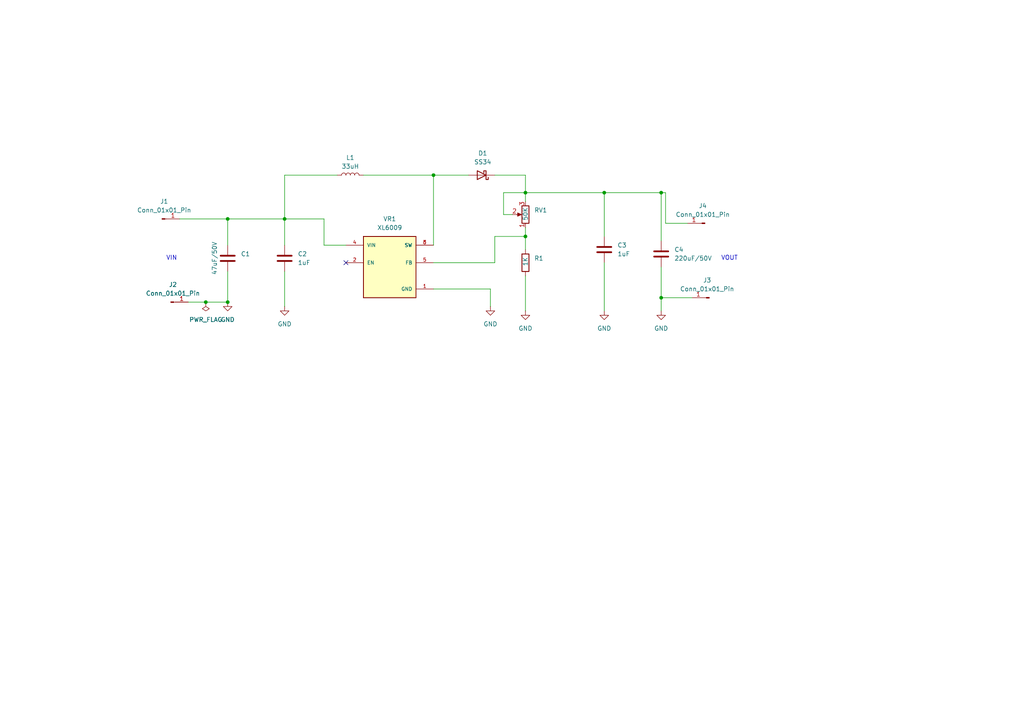
<source format=kicad_sch>
(kicad_sch
	(version 20231120)
	(generator "eeschema")
	(generator_version "8.0")
	(uuid "e885fc61-47a0-4743-aa55-87b70eb43e21")
	(paper "A4")
	(title_block
		(title "Boost Converter")
		(date "2024-12-26")
		(company "Bharat PCB")
		(comment 1 "Drawn By Asmit")
	)
	(lib_symbols
		(symbol "Connector:Conn_01x01_Pin"
			(pin_names
				(offset 1.016) hide)
			(exclude_from_sim no)
			(in_bom yes)
			(on_board yes)
			(property "Reference" "J"
				(at 0 2.54 0)
				(effects
					(font
						(size 1.27 1.27)
					)
				)
			)
			(property "Value" "Conn_01x01_Pin"
				(at 0 -2.54 0)
				(effects
					(font
						(size 1.27 1.27)
					)
				)
			)
			(property "Footprint" ""
				(at 0 0 0)
				(effects
					(font
						(size 1.27 1.27)
					)
					(hide yes)
				)
			)
			(property "Datasheet" "~"
				(at 0 0 0)
				(effects
					(font
						(size 1.27 1.27)
					)
					(hide yes)
				)
			)
			(property "Description" "Generic connector, single row, 01x01, script generated"
				(at 0 0 0)
				(effects
					(font
						(size 1.27 1.27)
					)
					(hide yes)
				)
			)
			(property "ki_locked" ""
				(at 0 0 0)
				(effects
					(font
						(size 1.27 1.27)
					)
				)
			)
			(property "ki_keywords" "connector"
				(at 0 0 0)
				(effects
					(font
						(size 1.27 1.27)
					)
					(hide yes)
				)
			)
			(property "ki_fp_filters" "Connector*:*_1x??_*"
				(at 0 0 0)
				(effects
					(font
						(size 1.27 1.27)
					)
					(hide yes)
				)
			)
			(symbol "Conn_01x01_Pin_1_1"
				(polyline
					(pts
						(xy 1.27 0) (xy 0.8636 0)
					)
					(stroke
						(width 0.1524)
						(type default)
					)
					(fill
						(type none)
					)
				)
				(rectangle
					(start 0.8636 0.127)
					(end 0 -0.127)
					(stroke
						(width 0.1524)
						(type default)
					)
					(fill
						(type outline)
					)
				)
				(pin passive line
					(at 5.08 0 180)
					(length 3.81)
					(name "Pin_1"
						(effects
							(font
								(size 1.27 1.27)
							)
						)
					)
					(number "1"
						(effects
							(font
								(size 1.27 1.27)
							)
						)
					)
				)
			)
		)
		(symbol "Device:C"
			(pin_numbers hide)
			(pin_names
				(offset 0.254)
			)
			(exclude_from_sim no)
			(in_bom yes)
			(on_board yes)
			(property "Reference" "C"
				(at 0.635 2.54 0)
				(effects
					(font
						(size 1.27 1.27)
					)
					(justify left)
				)
			)
			(property "Value" "C"
				(at 0.635 -2.54 0)
				(effects
					(font
						(size 1.27 1.27)
					)
					(justify left)
				)
			)
			(property "Footprint" ""
				(at 0.9652 -3.81 0)
				(effects
					(font
						(size 1.27 1.27)
					)
					(hide yes)
				)
			)
			(property "Datasheet" "~"
				(at 0 0 0)
				(effects
					(font
						(size 1.27 1.27)
					)
					(hide yes)
				)
			)
			(property "Description" "Unpolarized capacitor"
				(at 0 0 0)
				(effects
					(font
						(size 1.27 1.27)
					)
					(hide yes)
				)
			)
			(property "ki_keywords" "cap capacitor"
				(at 0 0 0)
				(effects
					(font
						(size 1.27 1.27)
					)
					(hide yes)
				)
			)
			(property "ki_fp_filters" "C_*"
				(at 0 0 0)
				(effects
					(font
						(size 1.27 1.27)
					)
					(hide yes)
				)
			)
			(symbol "C_0_1"
				(polyline
					(pts
						(xy -2.032 -0.762) (xy 2.032 -0.762)
					)
					(stroke
						(width 0.508)
						(type default)
					)
					(fill
						(type none)
					)
				)
				(polyline
					(pts
						(xy -2.032 0.762) (xy 2.032 0.762)
					)
					(stroke
						(width 0.508)
						(type default)
					)
					(fill
						(type none)
					)
				)
			)
			(symbol "C_1_1"
				(pin passive line
					(at 0 3.81 270)
					(length 2.794)
					(name "~"
						(effects
							(font
								(size 1.27 1.27)
							)
						)
					)
					(number "1"
						(effects
							(font
								(size 1.27 1.27)
							)
						)
					)
				)
				(pin passive line
					(at 0 -3.81 90)
					(length 2.794)
					(name "~"
						(effects
							(font
								(size 1.27 1.27)
							)
						)
					)
					(number "2"
						(effects
							(font
								(size 1.27 1.27)
							)
						)
					)
				)
			)
		)
		(symbol "Device:L"
			(pin_numbers hide)
			(pin_names
				(offset 1.016) hide)
			(exclude_from_sim no)
			(in_bom yes)
			(on_board yes)
			(property "Reference" "L"
				(at -1.27 0 90)
				(effects
					(font
						(size 1.27 1.27)
					)
				)
			)
			(property "Value" "L"
				(at 1.905 0 90)
				(effects
					(font
						(size 1.27 1.27)
					)
				)
			)
			(property "Footprint" ""
				(at 0 0 0)
				(effects
					(font
						(size 1.27 1.27)
					)
					(hide yes)
				)
			)
			(property "Datasheet" "~"
				(at 0 0 0)
				(effects
					(font
						(size 1.27 1.27)
					)
					(hide yes)
				)
			)
			(property "Description" "Inductor"
				(at 0 0 0)
				(effects
					(font
						(size 1.27 1.27)
					)
					(hide yes)
				)
			)
			(property "ki_keywords" "inductor choke coil reactor magnetic"
				(at 0 0 0)
				(effects
					(font
						(size 1.27 1.27)
					)
					(hide yes)
				)
			)
			(property "ki_fp_filters" "Choke_* *Coil* Inductor_* L_*"
				(at 0 0 0)
				(effects
					(font
						(size 1.27 1.27)
					)
					(hide yes)
				)
			)
			(symbol "L_0_1"
				(arc
					(start 0 -2.54)
					(mid 0.6323 -1.905)
					(end 0 -1.27)
					(stroke
						(width 0)
						(type default)
					)
					(fill
						(type none)
					)
				)
				(arc
					(start 0 -1.27)
					(mid 0.6323 -0.635)
					(end 0 0)
					(stroke
						(width 0)
						(type default)
					)
					(fill
						(type none)
					)
				)
				(arc
					(start 0 0)
					(mid 0.6323 0.635)
					(end 0 1.27)
					(stroke
						(width 0)
						(type default)
					)
					(fill
						(type none)
					)
				)
				(arc
					(start 0 1.27)
					(mid 0.6323 1.905)
					(end 0 2.54)
					(stroke
						(width 0)
						(type default)
					)
					(fill
						(type none)
					)
				)
			)
			(symbol "L_1_1"
				(pin passive line
					(at 0 3.81 270)
					(length 1.27)
					(name "1"
						(effects
							(font
								(size 1.27 1.27)
							)
						)
					)
					(number "1"
						(effects
							(font
								(size 1.27 1.27)
							)
						)
					)
				)
				(pin passive line
					(at 0 -3.81 90)
					(length 1.27)
					(name "2"
						(effects
							(font
								(size 1.27 1.27)
							)
						)
					)
					(number "2"
						(effects
							(font
								(size 1.27 1.27)
							)
						)
					)
				)
			)
		)
		(symbol "Device:R"
			(pin_numbers hide)
			(pin_names
				(offset 0)
			)
			(exclude_from_sim no)
			(in_bom yes)
			(on_board yes)
			(property "Reference" "R"
				(at 2.032 0 90)
				(effects
					(font
						(size 1.27 1.27)
					)
				)
			)
			(property "Value" "R"
				(at 0 0 90)
				(effects
					(font
						(size 1.27 1.27)
					)
				)
			)
			(property "Footprint" ""
				(at -1.778 0 90)
				(effects
					(font
						(size 1.27 1.27)
					)
					(hide yes)
				)
			)
			(property "Datasheet" "~"
				(at 0 0 0)
				(effects
					(font
						(size 1.27 1.27)
					)
					(hide yes)
				)
			)
			(property "Description" "Resistor"
				(at 0 0 0)
				(effects
					(font
						(size 1.27 1.27)
					)
					(hide yes)
				)
			)
			(property "ki_keywords" "R res resistor"
				(at 0 0 0)
				(effects
					(font
						(size 1.27 1.27)
					)
					(hide yes)
				)
			)
			(property "ki_fp_filters" "R_*"
				(at 0 0 0)
				(effects
					(font
						(size 1.27 1.27)
					)
					(hide yes)
				)
			)
			(symbol "R_0_1"
				(rectangle
					(start -1.016 -2.54)
					(end 1.016 2.54)
					(stroke
						(width 0.254)
						(type default)
					)
					(fill
						(type none)
					)
				)
			)
			(symbol "R_1_1"
				(pin passive line
					(at 0 3.81 270)
					(length 1.27)
					(name "~"
						(effects
							(font
								(size 1.27 1.27)
							)
						)
					)
					(number "1"
						(effects
							(font
								(size 1.27 1.27)
							)
						)
					)
				)
				(pin passive line
					(at 0 -3.81 90)
					(length 1.27)
					(name "~"
						(effects
							(font
								(size 1.27 1.27)
							)
						)
					)
					(number "2"
						(effects
							(font
								(size 1.27 1.27)
							)
						)
					)
				)
			)
		)
		(symbol "Device:R_Potentiometer"
			(pin_names
				(offset 1.016) hide)
			(exclude_from_sim no)
			(in_bom yes)
			(on_board yes)
			(property "Reference" "RV"
				(at -4.445 0 90)
				(effects
					(font
						(size 1.27 1.27)
					)
				)
			)
			(property "Value" "R_Potentiometer"
				(at -2.54 0 90)
				(effects
					(font
						(size 1.27 1.27)
					)
				)
			)
			(property "Footprint" ""
				(at 0 0 0)
				(effects
					(font
						(size 1.27 1.27)
					)
					(hide yes)
				)
			)
			(property "Datasheet" "~"
				(at 0 0 0)
				(effects
					(font
						(size 1.27 1.27)
					)
					(hide yes)
				)
			)
			(property "Description" "Potentiometer"
				(at 0 0 0)
				(effects
					(font
						(size 1.27 1.27)
					)
					(hide yes)
				)
			)
			(property "ki_keywords" "resistor variable"
				(at 0 0 0)
				(effects
					(font
						(size 1.27 1.27)
					)
					(hide yes)
				)
			)
			(property "ki_fp_filters" "Potentiometer*"
				(at 0 0 0)
				(effects
					(font
						(size 1.27 1.27)
					)
					(hide yes)
				)
			)
			(symbol "R_Potentiometer_0_1"
				(polyline
					(pts
						(xy 2.54 0) (xy 1.524 0)
					)
					(stroke
						(width 0)
						(type default)
					)
					(fill
						(type none)
					)
				)
				(polyline
					(pts
						(xy 1.143 0) (xy 2.286 0.508) (xy 2.286 -0.508) (xy 1.143 0)
					)
					(stroke
						(width 0)
						(type default)
					)
					(fill
						(type outline)
					)
				)
				(rectangle
					(start 1.016 2.54)
					(end -1.016 -2.54)
					(stroke
						(width 0.254)
						(type default)
					)
					(fill
						(type none)
					)
				)
			)
			(symbol "R_Potentiometer_1_1"
				(pin passive line
					(at 0 3.81 270)
					(length 1.27)
					(name "1"
						(effects
							(font
								(size 1.27 1.27)
							)
						)
					)
					(number "1"
						(effects
							(font
								(size 1.27 1.27)
							)
						)
					)
				)
				(pin passive line
					(at 3.81 0 180)
					(length 1.27)
					(name "2"
						(effects
							(font
								(size 1.27 1.27)
							)
						)
					)
					(number "2"
						(effects
							(font
								(size 1.27 1.27)
							)
						)
					)
				)
				(pin passive line
					(at 0 -3.81 90)
					(length 1.27)
					(name "3"
						(effects
							(font
								(size 1.27 1.27)
							)
						)
					)
					(number "3"
						(effects
							(font
								(size 1.27 1.27)
							)
						)
					)
				)
			)
		)
		(symbol "Diode:SS34"
			(pin_numbers hide)
			(pin_names
				(offset 1.016) hide)
			(exclude_from_sim no)
			(in_bom yes)
			(on_board yes)
			(property "Reference" "D"
				(at 0 2.54 0)
				(effects
					(font
						(size 1.27 1.27)
					)
				)
			)
			(property "Value" "SS34"
				(at 0 -2.54 0)
				(effects
					(font
						(size 1.27 1.27)
					)
				)
			)
			(property "Footprint" "Diode_SMD:D_SMA"
				(at 0 -4.445 0)
				(effects
					(font
						(size 1.27 1.27)
					)
					(hide yes)
				)
			)
			(property "Datasheet" "https://www.vishay.com/docs/88751/ss32.pdf"
				(at 0 0 0)
				(effects
					(font
						(size 1.27 1.27)
					)
					(hide yes)
				)
			)
			(property "Description" "40V 3A Schottky Diode, SMA"
				(at 0 0 0)
				(effects
					(font
						(size 1.27 1.27)
					)
					(hide yes)
				)
			)
			(property "ki_keywords" "diode Schottky"
				(at 0 0 0)
				(effects
					(font
						(size 1.27 1.27)
					)
					(hide yes)
				)
			)
			(property "ki_fp_filters" "D*SMA*"
				(at 0 0 0)
				(effects
					(font
						(size 1.27 1.27)
					)
					(hide yes)
				)
			)
			(symbol "SS34_0_1"
				(polyline
					(pts
						(xy 1.27 0) (xy -1.27 0)
					)
					(stroke
						(width 0)
						(type default)
					)
					(fill
						(type none)
					)
				)
				(polyline
					(pts
						(xy 1.27 1.27) (xy 1.27 -1.27) (xy -1.27 0) (xy 1.27 1.27)
					)
					(stroke
						(width 0.254)
						(type default)
					)
					(fill
						(type none)
					)
				)
				(polyline
					(pts
						(xy -1.905 0.635) (xy -1.905 1.27) (xy -1.27 1.27) (xy -1.27 -1.27) (xy -0.635 -1.27) (xy -0.635 -0.635)
					)
					(stroke
						(width 0.254)
						(type default)
					)
					(fill
						(type none)
					)
				)
			)
			(symbol "SS34_1_1"
				(pin passive line
					(at -3.81 0 0)
					(length 2.54)
					(name "K"
						(effects
							(font
								(size 1.27 1.27)
							)
						)
					)
					(number "1"
						(effects
							(font
								(size 1.27 1.27)
							)
						)
					)
				)
				(pin passive line
					(at 3.81 0 180)
					(length 2.54)
					(name "A"
						(effects
							(font
								(size 1.27 1.27)
							)
						)
					)
					(number "2"
						(effects
							(font
								(size 1.27 1.27)
							)
						)
					)
				)
			)
		)
		(symbol "XL6009:XL6009"
			(pin_names
				(offset 1.016)
			)
			(exclude_from_sim no)
			(in_bom yes)
			(on_board yes)
			(property "Reference" "VR"
				(at -7.62 8.89 0)
				(effects
					(font
						(size 1.27 1.27)
					)
					(justify left bottom)
				)
			)
			(property "Value" "XL6009"
				(at -7.62 -11.43 0)
				(effects
					(font
						(size 1.27 1.27)
					)
					(justify left top)
				)
			)
			(property "Footprint" "XL6009:DPAK170P1435X465-6N"
				(at 0 0 0)
				(effects
					(font
						(size 1.27 1.27)
					)
					(justify bottom)
					(hide yes)
				)
			)
			(property "Datasheet" ""
				(at 0 0 0)
				(effects
					(font
						(size 1.27 1.27)
					)
					(hide yes)
				)
			)
			(property "Description" ""
				(at 0 0 0)
				(effects
					(font
						(size 1.27 1.27)
					)
					(hide yes)
				)
			)
			(property "MF" "XLSEMI"
				(at 0 0 0)
				(effects
					(font
						(size 1.27 1.27)
					)
					(justify bottom)
					(hide yes)
				)
			)
			(property "MAXIMUM_PACKAGE_HEIGHT" "4.65mm"
				(at 0 0 0)
				(effects
					(font
						(size 1.27 1.27)
					)
					(justify bottom)
					(hide yes)
				)
			)
			(property "Package" "TO-263-5L XLSEMI"
				(at 0 0 0)
				(effects
					(font
						(size 1.27 1.27)
					)
					(justify bottom)
					(hide yes)
				)
			)
			(property "Price" "None"
				(at 0 0 0)
				(effects
					(font
						(size 1.27 1.27)
					)
					(justify bottom)
					(hide yes)
				)
			)
			(property "Check_prices" "https://www.snapeda.com/parts/XL6009/XLSEMI/view-part/?ref=eda"
				(at 0 0 0)
				(effects
					(font
						(size 1.27 1.27)
					)
					(justify bottom)
					(hide yes)
				)
			)
			(property "STANDARD" "IPC-7351B"
				(at 0 0 0)
				(effects
					(font
						(size 1.27 1.27)
					)
					(justify bottom)
					(hide yes)
				)
			)
			(property "PARTREV" "1.1"
				(at 0 0 0)
				(effects
					(font
						(size 1.27 1.27)
					)
					(justify bottom)
					(hide yes)
				)
			)
			(property "SnapEDA_Link" "https://www.snapeda.com/parts/XL6009/XLSEMI/view-part/?ref=snap"
				(at 0 0 0)
				(effects
					(font
						(size 1.27 1.27)
					)
					(justify bottom)
					(hide yes)
				)
			)
			(property "MP" "XL6009"
				(at 0 0 0)
				(effects
					(font
						(size 1.27 1.27)
					)
					(justify bottom)
					(hide yes)
				)
			)
			(property "Description_1" "\n                        \n                            The XL6009 regulator is a wide input range, current mode, DC/DC converter which is capable of generating either positive or negative output voltages.\n                        \n"
				(at 0 0 0)
				(effects
					(font
						(size 1.27 1.27)
					)
					(justify bottom)
					(hide yes)
				)
			)
			(property "Availability" "In Stock"
				(at 0 0 0)
				(effects
					(font
						(size 1.27 1.27)
					)
					(justify bottom)
					(hide yes)
				)
			)
			(property "MANUFACTURER" "XLSEMI"
				(at 0 0 0)
				(effects
					(font
						(size 1.27 1.27)
					)
					(justify bottom)
					(hide yes)
				)
			)
			(symbol "XL6009_0_0"
				(rectangle
					(start -7.62 -10.16)
					(end 7.62 7.62)
					(stroke
						(width 0.254)
						(type default)
					)
					(fill
						(type background)
					)
				)
				(pin power_in line
					(at 12.7 -7.62 180)
					(length 5.08)
					(name "GND"
						(effects
							(font
								(size 1.016 1.016)
							)
						)
					)
					(number "1"
						(effects
							(font
								(size 1.016 1.016)
							)
						)
					)
				)
				(pin input line
					(at -12.7 0 0)
					(length 5.08)
					(name "EN"
						(effects
							(font
								(size 1.016 1.016)
							)
						)
					)
					(number "2"
						(effects
							(font
								(size 1.016 1.016)
							)
						)
					)
				)
				(pin output line
					(at 12.7 5.08 180)
					(length 5.08)
					(name "SW"
						(effects
							(font
								(size 1.016 1.016)
							)
						)
					)
					(number "3"
						(effects
							(font
								(size 1.016 1.016)
							)
						)
					)
				)
				(pin input line
					(at -12.7 5.08 0)
					(length 5.08)
					(name "VIN"
						(effects
							(font
								(size 1.016 1.016)
							)
						)
					)
					(number "4"
						(effects
							(font
								(size 1.016 1.016)
							)
						)
					)
				)
				(pin input line
					(at 12.7 0 180)
					(length 5.08)
					(name "FB"
						(effects
							(font
								(size 1.016 1.016)
							)
						)
					)
					(number "5"
						(effects
							(font
								(size 1.016 1.016)
							)
						)
					)
				)
				(pin output line
					(at 12.7 5.08 180)
					(length 5.08)
					(name "SW"
						(effects
							(font
								(size 1.016 1.016)
							)
						)
					)
					(number "6"
						(effects
							(font
								(size 1.016 1.016)
							)
						)
					)
				)
			)
		)
		(symbol "power:GND"
			(power)
			(pin_numbers hide)
			(pin_names
				(offset 0) hide)
			(exclude_from_sim no)
			(in_bom yes)
			(on_board yes)
			(property "Reference" "#PWR"
				(at 0 -6.35 0)
				(effects
					(font
						(size 1.27 1.27)
					)
					(hide yes)
				)
			)
			(property "Value" "GND"
				(at 0 -3.81 0)
				(effects
					(font
						(size 1.27 1.27)
					)
				)
			)
			(property "Footprint" ""
				(at 0 0 0)
				(effects
					(font
						(size 1.27 1.27)
					)
					(hide yes)
				)
			)
			(property "Datasheet" ""
				(at 0 0 0)
				(effects
					(font
						(size 1.27 1.27)
					)
					(hide yes)
				)
			)
			(property "Description" "Power symbol creates a global label with name \"GND\" , ground"
				(at 0 0 0)
				(effects
					(font
						(size 1.27 1.27)
					)
					(hide yes)
				)
			)
			(property "ki_keywords" "global power"
				(at 0 0 0)
				(effects
					(font
						(size 1.27 1.27)
					)
					(hide yes)
				)
			)
			(symbol "GND_0_1"
				(polyline
					(pts
						(xy 0 0) (xy 0 -1.27) (xy 1.27 -1.27) (xy 0 -2.54) (xy -1.27 -1.27) (xy 0 -1.27)
					)
					(stroke
						(width 0)
						(type default)
					)
					(fill
						(type none)
					)
				)
			)
			(symbol "GND_1_1"
				(pin power_in line
					(at 0 0 270)
					(length 0)
					(name "~"
						(effects
							(font
								(size 1.27 1.27)
							)
						)
					)
					(number "1"
						(effects
							(font
								(size 1.27 1.27)
							)
						)
					)
				)
			)
		)
		(symbol "power:PWR_FLAG"
			(power)
			(pin_numbers hide)
			(pin_names
				(offset 0) hide)
			(exclude_from_sim no)
			(in_bom yes)
			(on_board yes)
			(property "Reference" "#FLG"
				(at 0 1.905 0)
				(effects
					(font
						(size 1.27 1.27)
					)
					(hide yes)
				)
			)
			(property "Value" "PWR_FLAG"
				(at 0 3.81 0)
				(effects
					(font
						(size 1.27 1.27)
					)
				)
			)
			(property "Footprint" ""
				(at 0 0 0)
				(effects
					(font
						(size 1.27 1.27)
					)
					(hide yes)
				)
			)
			(property "Datasheet" "~"
				(at 0 0 0)
				(effects
					(font
						(size 1.27 1.27)
					)
					(hide yes)
				)
			)
			(property "Description" "Special symbol for telling ERC where power comes from"
				(at 0 0 0)
				(effects
					(font
						(size 1.27 1.27)
					)
					(hide yes)
				)
			)
			(property "ki_keywords" "flag power"
				(at 0 0 0)
				(effects
					(font
						(size 1.27 1.27)
					)
					(hide yes)
				)
			)
			(symbol "PWR_FLAG_0_0"
				(pin power_out line
					(at 0 0 90)
					(length 0)
					(name "~"
						(effects
							(font
								(size 1.27 1.27)
							)
						)
					)
					(number "1"
						(effects
							(font
								(size 1.27 1.27)
							)
						)
					)
				)
			)
			(symbol "PWR_FLAG_0_1"
				(polyline
					(pts
						(xy 0 0) (xy 0 1.27) (xy -1.016 1.905) (xy 0 2.54) (xy 1.016 1.905) (xy 0 1.27)
					)
					(stroke
						(width 0)
						(type default)
					)
					(fill
						(type none)
					)
				)
			)
		)
	)
	(junction
		(at 82.55 63.5)
		(diameter 0)
		(color 0 0 0 0)
		(uuid "1ce2e37b-4996-4384-931f-27638c781ea8")
	)
	(junction
		(at 191.77 86.36)
		(diameter 0)
		(color 0 0 0 0)
		(uuid "2175f498-0e9e-4201-9db6-d570f71036d2")
	)
	(junction
		(at 59.69 87.63)
		(diameter 0)
		(color 0 0 0 0)
		(uuid "27ea2c59-07cc-43f2-9e97-6c882e90b990")
	)
	(junction
		(at 125.73 50.8)
		(diameter 0)
		(color 0 0 0 0)
		(uuid "4cb56f04-d082-43fd-a455-a6ebbf509268")
	)
	(junction
		(at 175.26 55.88)
		(diameter 0)
		(color 0 0 0 0)
		(uuid "4dfd5898-175a-4317-b5f2-e31c39778a08")
	)
	(junction
		(at 152.4 68.58)
		(diameter 0)
		(color 0 0 0 0)
		(uuid "783a6f18-c19c-47b8-9729-4d9eca406c5c")
	)
	(junction
		(at 152.4 55.88)
		(diameter 0)
		(color 0 0 0 0)
		(uuid "84a65ca8-3d2f-4f73-adfa-bc692ca4747e")
	)
	(junction
		(at 66.04 63.5)
		(diameter 0)
		(color 0 0 0 0)
		(uuid "ae06913b-05ff-4a6d-97b5-91d8e94aaf9f")
	)
	(junction
		(at 66.04 87.63)
		(diameter 0)
		(color 0 0 0 0)
		(uuid "cca80225-c7a6-4021-adc2-fb01af84e45e")
	)
	(junction
		(at 191.77 55.88)
		(diameter 0)
		(color 0 0 0 0)
		(uuid "dc39caf1-b7eb-4f67-a609-efcd89b7bc60")
	)
	(no_connect
		(at 100.33 76.2)
		(uuid "0f2a5d34-62e5-4c8c-86e4-5bf2897541c8")
	)
	(wire
		(pts
			(xy 191.77 86.36) (xy 191.77 90.17)
		)
		(stroke
			(width 0)
			(type default)
		)
		(uuid "0f66d06c-17f1-473f-8fad-9f2bfb2c9b32")
	)
	(wire
		(pts
			(xy 146.05 62.23) (xy 146.05 55.88)
		)
		(stroke
			(width 0)
			(type default)
		)
		(uuid "161b2454-0455-45a8-b068-bdc580cf9257")
	)
	(wire
		(pts
			(xy 66.04 63.5) (xy 66.04 71.12)
		)
		(stroke
			(width 0)
			(type default)
		)
		(uuid "16ea0981-c927-457a-ba09-24aaa0cce457")
	)
	(wire
		(pts
			(xy 142.24 83.82) (xy 142.24 88.9)
		)
		(stroke
			(width 0)
			(type default)
		)
		(uuid "1810c0eb-be77-4f09-818b-d1af9e7ea669")
	)
	(wire
		(pts
			(xy 143.51 68.58) (xy 152.4 68.58)
		)
		(stroke
			(width 0)
			(type default)
		)
		(uuid "1e44bca2-47b0-47e7-92aa-8cdea6e29055")
	)
	(wire
		(pts
			(xy 191.77 55.88) (xy 175.26 55.88)
		)
		(stroke
			(width 0)
			(type default)
		)
		(uuid "23c707ad-4eef-44d9-bebd-89cbf20d5a4f")
	)
	(wire
		(pts
			(xy 193.04 55.88) (xy 191.77 55.88)
		)
		(stroke
			(width 0)
			(type default)
		)
		(uuid "25ac4950-4729-41dc-941c-627e021330a1")
	)
	(wire
		(pts
			(xy 82.55 50.8) (xy 82.55 63.5)
		)
		(stroke
			(width 0)
			(type default)
		)
		(uuid "291b2173-e524-4d32-b9fb-ee26e10ff51a")
	)
	(wire
		(pts
			(xy 152.4 55.88) (xy 152.4 58.42)
		)
		(stroke
			(width 0)
			(type default)
		)
		(uuid "3290fb34-a9c3-46cc-b2aa-5ef61205fbf3")
	)
	(wire
		(pts
			(xy 148.59 62.23) (xy 146.05 62.23)
		)
		(stroke
			(width 0)
			(type default)
		)
		(uuid "37535836-1f7f-427c-a5f8-bb58441ee068")
	)
	(wire
		(pts
			(xy 125.73 50.8) (xy 135.89 50.8)
		)
		(stroke
			(width 0)
			(type default)
		)
		(uuid "3c46c96a-9ef0-40fc-88be-5f0598f2a00e")
	)
	(wire
		(pts
			(xy 125.73 83.82) (xy 142.24 83.82)
		)
		(stroke
			(width 0)
			(type default)
		)
		(uuid "45338650-df97-4c80-9e97-63ed75e9bbd9")
	)
	(wire
		(pts
			(xy 82.55 71.12) (xy 82.55 63.5)
		)
		(stroke
			(width 0)
			(type default)
		)
		(uuid "4746747e-4e2f-4eae-b6b9-ef34cc7426fe")
	)
	(wire
		(pts
			(xy 93.98 63.5) (xy 82.55 63.5)
		)
		(stroke
			(width 0)
			(type default)
		)
		(uuid "5094ac38-76b4-4096-a627-ec7e028b710a")
	)
	(wire
		(pts
			(xy 191.77 86.36) (xy 200.66 86.36)
		)
		(stroke
			(width 0)
			(type default)
		)
		(uuid "52cc55f3-1bbf-437b-840d-61e99d68cf5e")
	)
	(wire
		(pts
			(xy 125.73 50.8) (xy 125.73 71.12)
		)
		(stroke
			(width 0)
			(type default)
		)
		(uuid "552687a9-89aa-4e82-8df2-b1bdebf15bcd")
	)
	(wire
		(pts
			(xy 143.51 50.8) (xy 152.4 50.8)
		)
		(stroke
			(width 0)
			(type default)
		)
		(uuid "55de8892-9f36-4064-9f19-ea296470bc6c")
	)
	(wire
		(pts
			(xy 152.4 50.8) (xy 152.4 55.88)
		)
		(stroke
			(width 0)
			(type default)
		)
		(uuid "56d08d3d-fd85-41a3-82c6-5d146b0de62f")
	)
	(wire
		(pts
			(xy 97.79 50.8) (xy 82.55 50.8)
		)
		(stroke
			(width 0)
			(type default)
		)
		(uuid "5c585e02-6db0-473b-97e1-9a05d6d2293f")
	)
	(wire
		(pts
			(xy 143.51 76.2) (xy 143.51 68.58)
		)
		(stroke
			(width 0)
			(type default)
		)
		(uuid "6ad05093-f755-4923-9114-52f8f1f4ab48")
	)
	(wire
		(pts
			(xy 175.26 76.2) (xy 175.26 90.17)
		)
		(stroke
			(width 0)
			(type default)
		)
		(uuid "70ff12a9-9cc4-4b2c-b21b-5e53d76b9dc7")
	)
	(wire
		(pts
			(xy 93.98 71.12) (xy 93.98 63.5)
		)
		(stroke
			(width 0)
			(type default)
		)
		(uuid "862a0f68-d4e0-44fb-8706-c108d5424266")
	)
	(wire
		(pts
			(xy 59.69 87.63) (xy 66.04 87.63)
		)
		(stroke
			(width 0)
			(type default)
		)
		(uuid "8b14f59c-e635-4a49-adbd-abd6dbdd99f9")
	)
	(wire
		(pts
			(xy 125.73 76.2) (xy 143.51 76.2)
		)
		(stroke
			(width 0)
			(type default)
		)
		(uuid "9524105a-30ef-40c0-b385-2945cb62af9b")
	)
	(wire
		(pts
			(xy 54.61 87.63) (xy 59.69 87.63)
		)
		(stroke
			(width 0)
			(type default)
		)
		(uuid "9b8594e5-2746-468c-a7e7-64fdac4018eb")
	)
	(wire
		(pts
			(xy 146.05 55.88) (xy 152.4 55.88)
		)
		(stroke
			(width 0)
			(type default)
		)
		(uuid "9ca6a5d9-2404-459a-894a-4f3583fe0066")
	)
	(wire
		(pts
			(xy 66.04 78.74) (xy 66.04 87.63)
		)
		(stroke
			(width 0)
			(type default)
		)
		(uuid "aa528c02-2aae-40d7-818a-4d930d34a83e")
	)
	(wire
		(pts
			(xy 152.4 80.01) (xy 152.4 90.17)
		)
		(stroke
			(width 0)
			(type default)
		)
		(uuid "b152ed81-3ea8-46e7-8221-287aa0347ec2")
	)
	(wire
		(pts
			(xy 175.26 68.58) (xy 175.26 55.88)
		)
		(stroke
			(width 0)
			(type default)
		)
		(uuid "bac77d64-60ec-49c1-957f-301508133927")
	)
	(wire
		(pts
			(xy 152.4 55.88) (xy 175.26 55.88)
		)
		(stroke
			(width 0)
			(type default)
		)
		(uuid "bf70a79b-aa02-438a-b518-816fa19f1111")
	)
	(wire
		(pts
			(xy 105.41 50.8) (xy 125.73 50.8)
		)
		(stroke
			(width 0)
			(type default)
		)
		(uuid "c226dfe6-1daa-46a2-bfd9-873180babd28")
	)
	(wire
		(pts
			(xy 100.33 71.12) (xy 93.98 71.12)
		)
		(stroke
			(width 0)
			(type default)
		)
		(uuid "cb7f3466-1ff2-4587-af27-f9857f4dbbc1")
	)
	(wire
		(pts
			(xy 82.55 78.74) (xy 82.55 88.9)
		)
		(stroke
			(width 0)
			(type default)
		)
		(uuid "d8fbaa60-126a-441a-a86c-3ff692700b61")
	)
	(wire
		(pts
			(xy 52.07 63.5) (xy 66.04 63.5)
		)
		(stroke
			(width 0)
			(type default)
		)
		(uuid "dc385431-e493-4a71-b389-ec6162631a1e")
	)
	(wire
		(pts
			(xy 193.04 64.77) (xy 193.04 55.88)
		)
		(stroke
			(width 0)
			(type default)
		)
		(uuid "e1283bc3-fc91-4eeb-89df-fa20091ec523")
	)
	(wire
		(pts
			(xy 191.77 77.47) (xy 191.77 86.36)
		)
		(stroke
			(width 0)
			(type default)
		)
		(uuid "e24e28a6-63cc-4c12-9088-66f05b363e42")
	)
	(wire
		(pts
			(xy 66.04 63.5) (xy 82.55 63.5)
		)
		(stroke
			(width 0)
			(type default)
		)
		(uuid "e4a8973a-d71e-4121-9627-fce7f00c3391")
	)
	(wire
		(pts
			(xy 152.4 68.58) (xy 152.4 72.39)
		)
		(stroke
			(width 0)
			(type default)
		)
		(uuid "e5a51f6c-679e-4acc-a2fe-e782ae5ac714")
	)
	(wire
		(pts
			(xy 152.4 66.04) (xy 152.4 68.58)
		)
		(stroke
			(width 0)
			(type default)
		)
		(uuid "ecfcae53-e97b-4866-bc12-ef6cae4b88a6")
	)
	(wire
		(pts
			(xy 191.77 69.85) (xy 191.77 55.88)
		)
		(stroke
			(width 0)
			(type default)
		)
		(uuid "f2157260-8526-443f-befd-c96702d34b63")
	)
	(wire
		(pts
			(xy 199.39 64.77) (xy 193.04 64.77)
		)
		(stroke
			(width 0)
			(type default)
		)
		(uuid "fbccf369-8a95-4f1c-aa52-c04c5f7a2cb3")
	)
	(text "VIN"
		(exclude_from_sim no)
		(at 49.784 74.93 0)
		(effects
			(font
				(size 1.27 1.27)
			)
		)
		(uuid "553f40f7-3678-4a5d-a320-c6a58c55fd77")
	)
	(text "VOUT"
		(exclude_from_sim no)
		(at 211.582 74.93 0)
		(effects
			(font
				(size 1.27 1.27)
			)
		)
		(uuid "83a8d1da-bca2-4eca-abf9-588f61c6c986")
	)
	(symbol
		(lib_id "Device:C")
		(at 175.26 72.39 0)
		(unit 1)
		(exclude_from_sim no)
		(in_bom yes)
		(on_board yes)
		(dnp no)
		(fields_autoplaced yes)
		(uuid "0451bb4c-2450-420a-be0a-f06547b9b4ec")
		(property "Reference" "C3"
			(at 179.07 71.1199 0)
			(effects
				(font
					(size 1.27 1.27)
				)
				(justify left)
			)
		)
		(property "Value" "1uF"
			(at 179.07 73.6599 0)
			(effects
				(font
					(size 1.27 1.27)
				)
				(justify left)
			)
		)
		(property "Footprint" "Capacitor_SMD:C_0805_2012Metric"
			(at 176.2252 76.2 0)
			(effects
				(font
					(size 1.27 1.27)
				)
				(hide yes)
			)
		)
		(property "Datasheet" "~"
			(at 175.26 72.39 0)
			(effects
				(font
					(size 1.27 1.27)
				)
				(hide yes)
			)
		)
		(property "Description" "Unpolarized capacitor"
			(at 175.26 72.39 0)
			(effects
				(font
					(size 1.27 1.27)
				)
				(hide yes)
			)
		)
		(pin "2"
			(uuid "491bf49c-4219-4e61-98b3-9d523abad43e")
		)
		(pin "1"
			(uuid "82b6f55b-db5e-46c6-b086-0364b679a055")
		)
		(instances
			(project "Boost Converter V1"
				(path "/e885fc61-47a0-4743-aa55-87b70eb43e21"
					(reference "C3")
					(unit 1)
				)
			)
		)
	)
	(symbol
		(lib_id "Device:R_Potentiometer")
		(at 152.4 62.23 180)
		(unit 1)
		(exclude_from_sim no)
		(in_bom yes)
		(on_board yes)
		(dnp no)
		(uuid "09a00e6a-43af-4928-8505-005f801d4550")
		(property "Reference" "RV1"
			(at 154.94 60.9599 0)
			(effects
				(font
					(size 1.27 1.27)
				)
				(justify right)
			)
		)
		(property "Value" "50K"
			(at 152.4 64.008 90)
			(effects
				(font
					(size 1.27 1.27)
				)
				(justify right)
			)
		)
		(property "Footprint" "Potentiometer_THT:Potentiometer_Bourns_3296W_Vertical"
			(at 152.4 62.23 0)
			(effects
				(font
					(size 1.27 1.27)
				)
				(hide yes)
			)
		)
		(property "Datasheet" "~"
			(at 152.4 62.23 0)
			(effects
				(font
					(size 1.27 1.27)
				)
				(hide yes)
			)
		)
		(property "Description" "Potentiometer"
			(at 152.4 62.23 0)
			(effects
				(font
					(size 1.27 1.27)
				)
				(hide yes)
			)
		)
		(pin "1"
			(uuid "67c88cca-61dc-4110-a3ff-19af98c20937")
		)
		(pin "2"
			(uuid "4d03cd69-37d4-4226-a9d6-7fbf2d8c67d4")
		)
		(pin "3"
			(uuid "9eb4e5b0-c00c-4e44-974e-22728e69ba7a")
		)
		(instances
			(project ""
				(path "/e885fc61-47a0-4743-aa55-87b70eb43e21"
					(reference "RV1")
					(unit 1)
				)
			)
		)
	)
	(symbol
		(lib_id "power:PWR_FLAG")
		(at 59.69 87.63 180)
		(unit 1)
		(exclude_from_sim no)
		(in_bom yes)
		(on_board yes)
		(dnp no)
		(fields_autoplaced yes)
		(uuid "0d7c8598-c849-4dd3-8c4e-48457794042b")
		(property "Reference" "#FLG01"
			(at 59.69 89.535 0)
			(effects
				(font
					(size 1.27 1.27)
				)
				(hide yes)
			)
		)
		(property "Value" "PWR_FLAG"
			(at 59.69 92.71 0)
			(effects
				(font
					(size 1.27 1.27)
				)
			)
		)
		(property "Footprint" ""
			(at 59.69 87.63 0)
			(effects
				(font
					(size 1.27 1.27)
				)
				(hide yes)
			)
		)
		(property "Datasheet" "~"
			(at 59.69 87.63 0)
			(effects
				(font
					(size 1.27 1.27)
				)
				(hide yes)
			)
		)
		(property "Description" "Special symbol for telling ERC where power comes from"
			(at 59.69 87.63 0)
			(effects
				(font
					(size 1.27 1.27)
				)
				(hide yes)
			)
		)
		(pin "1"
			(uuid "e24099d0-e790-4d11-a0fe-71d13d1c152a")
		)
		(instances
			(project ""
				(path "/e885fc61-47a0-4743-aa55-87b70eb43e21"
					(reference "#FLG01")
					(unit 1)
				)
			)
		)
	)
	(symbol
		(lib_id "Connector:Conn_01x01_Pin")
		(at 49.53 87.63 0)
		(unit 1)
		(exclude_from_sim no)
		(in_bom yes)
		(on_board yes)
		(dnp no)
		(fields_autoplaced yes)
		(uuid "106b608c-afd9-4854-b13e-715ba011b410")
		(property "Reference" "J2"
			(at 50.165 82.55 0)
			(effects
				(font
					(size 1.27 1.27)
				)
			)
		)
		(property "Value" "Conn_01x01_Pin"
			(at 50.165 85.09 0)
			(effects
				(font
					(size 1.27 1.27)
				)
			)
		)
		(property "Footprint" "Connector_PinHeader_2.54mm:PinHeader_1x01_P2.54mm_Vertical"
			(at 49.53 87.63 0)
			(effects
				(font
					(size 1.27 1.27)
				)
				(hide yes)
			)
		)
		(property "Datasheet" "~"
			(at 49.53 87.63 0)
			(effects
				(font
					(size 1.27 1.27)
				)
				(hide yes)
			)
		)
		(property "Description" "Generic connector, single row, 01x01, script generated"
			(at 49.53 87.63 0)
			(effects
				(font
					(size 1.27 1.27)
				)
				(hide yes)
			)
		)
		(pin "1"
			(uuid "d0f9491b-6cee-42b3-b05d-fd077a27db26")
		)
		(instances
			(project "Boost Converter V1"
				(path "/e885fc61-47a0-4743-aa55-87b70eb43e21"
					(reference "J2")
					(unit 1)
				)
			)
		)
	)
	(symbol
		(lib_id "Connector:Conn_01x01_Pin")
		(at 46.99 63.5 0)
		(unit 1)
		(exclude_from_sim no)
		(in_bom yes)
		(on_board yes)
		(dnp no)
		(fields_autoplaced yes)
		(uuid "1912c4d1-4c53-495d-a42f-f7c55a862835")
		(property "Reference" "J1"
			(at 47.625 58.42 0)
			(effects
				(font
					(size 1.27 1.27)
				)
			)
		)
		(property "Value" "Conn_01x01_Pin"
			(at 47.625 60.96 0)
			(effects
				(font
					(size 1.27 1.27)
				)
			)
		)
		(property "Footprint" "Connector_PinHeader_2.54mm:PinHeader_1x01_P2.54mm_Vertical"
			(at 46.99 63.5 0)
			(effects
				(font
					(size 1.27 1.27)
				)
				(hide yes)
			)
		)
		(property "Datasheet" "~"
			(at 46.99 63.5 0)
			(effects
				(font
					(size 1.27 1.27)
				)
				(hide yes)
			)
		)
		(property "Description" "Generic connector, single row, 01x01, script generated"
			(at 46.99 63.5 0)
			(effects
				(font
					(size 1.27 1.27)
				)
				(hide yes)
			)
		)
		(pin "1"
			(uuid "c8f6811c-59d5-4376-9a40-7e5584b40fb7")
		)
		(instances
			(project ""
				(path "/e885fc61-47a0-4743-aa55-87b70eb43e21"
					(reference "J1")
					(unit 1)
				)
			)
		)
	)
	(symbol
		(lib_id "Diode:SS34")
		(at 139.7 50.8 180)
		(unit 1)
		(exclude_from_sim no)
		(in_bom yes)
		(on_board yes)
		(dnp no)
		(fields_autoplaced yes)
		(uuid "3a95422a-acc3-4917-9dff-cc6b331fbe65")
		(property "Reference" "D1"
			(at 140.0175 44.45 0)
			(effects
				(font
					(size 1.27 1.27)
				)
			)
		)
		(property "Value" "SS34"
			(at 140.0175 46.99 0)
			(effects
				(font
					(size 1.27 1.27)
				)
			)
		)
		(property "Footprint" "Diode_SMD:D_SMA"
			(at 139.7 46.355 0)
			(effects
				(font
					(size 1.27 1.27)
				)
				(hide yes)
			)
		)
		(property "Datasheet" "https://www.vishay.com/docs/88751/ss32.pdf"
			(at 139.7 50.8 0)
			(effects
				(font
					(size 1.27 1.27)
				)
				(hide yes)
			)
		)
		(property "Description" "40V 3A Schottky Diode, SMA"
			(at 139.7 50.8 0)
			(effects
				(font
					(size 1.27 1.27)
				)
				(hide yes)
			)
		)
		(pin "1"
			(uuid "499726c7-fd37-49de-95bf-4ec9e1077077")
		)
		(pin "2"
			(uuid "67f75e7e-4d66-45e7-9a52-0a69ff39332e")
		)
		(instances
			(project ""
				(path "/e885fc61-47a0-4743-aa55-87b70eb43e21"
					(reference "D1")
					(unit 1)
				)
			)
		)
	)
	(symbol
		(lib_id "Device:R")
		(at 152.4 76.2 0)
		(unit 1)
		(exclude_from_sim no)
		(in_bom yes)
		(on_board yes)
		(dnp no)
		(uuid "3baadaaf-f4fd-4583-b6a0-1c548905fd9f")
		(property "Reference" "R1"
			(at 154.94 74.9299 0)
			(effects
				(font
					(size 1.27 1.27)
				)
				(justify left)
			)
		)
		(property "Value" "1K"
			(at 152.4 77.216 90)
			(effects
				(font
					(size 1.27 1.27)
				)
				(justify left)
			)
		)
		(property "Footprint" "Resistor_SMD:R_1206_3216Metric"
			(at 150.622 76.2 90)
			(effects
				(font
					(size 1.27 1.27)
				)
				(hide yes)
			)
		)
		(property "Datasheet" "~"
			(at 152.4 76.2 0)
			(effects
				(font
					(size 1.27 1.27)
				)
				(hide yes)
			)
		)
		(property "Description" "Resistor"
			(at 152.4 76.2 0)
			(effects
				(font
					(size 1.27 1.27)
				)
				(hide yes)
			)
		)
		(pin "1"
			(uuid "855ff79f-1d8b-4e50-b713-ebe7c2344b05")
		)
		(pin "2"
			(uuid "3783d829-5683-4319-8712-11f23ee570aa")
		)
		(instances
			(project ""
				(path "/e885fc61-47a0-4743-aa55-87b70eb43e21"
					(reference "R1")
					(unit 1)
				)
			)
		)
	)
	(symbol
		(lib_id "Device:C")
		(at 82.55 74.93 0)
		(unit 1)
		(exclude_from_sim no)
		(in_bom yes)
		(on_board yes)
		(dnp no)
		(fields_autoplaced yes)
		(uuid "3d637ad9-dd77-43f0-83ce-f98405932a75")
		(property "Reference" "C2"
			(at 86.36 73.6599 0)
			(effects
				(font
					(size 1.27 1.27)
				)
				(justify left)
			)
		)
		(property "Value" "1uF"
			(at 86.36 76.1999 0)
			(effects
				(font
					(size 1.27 1.27)
				)
				(justify left)
			)
		)
		(property "Footprint" "Capacitor_SMD:C_0805_2012Metric"
			(at 83.5152 78.74 0)
			(effects
				(font
					(size 1.27 1.27)
				)
				(hide yes)
			)
		)
		(property "Datasheet" "~"
			(at 82.55 74.93 0)
			(effects
				(font
					(size 1.27 1.27)
				)
				(hide yes)
			)
		)
		(property "Description" "Unpolarized capacitor"
			(at 82.55 74.93 0)
			(effects
				(font
					(size 1.27 1.27)
				)
				(hide yes)
			)
		)
		(pin "2"
			(uuid "be3926db-bbfb-49a5-a913-cf4eb0fe7e75")
		)
		(pin "1"
			(uuid "85207985-f43f-4f20-88c8-09ce4875d539")
		)
		(instances
			(project "Boost Converter V1"
				(path "/e885fc61-47a0-4743-aa55-87b70eb43e21"
					(reference "C2")
					(unit 1)
				)
			)
		)
	)
	(symbol
		(lib_id "Device:C")
		(at 66.04 74.93 0)
		(unit 1)
		(exclude_from_sim no)
		(in_bom yes)
		(on_board yes)
		(dnp no)
		(uuid "3e3aae7d-5c0b-487d-81d2-82eca5128570")
		(property "Reference" "C1"
			(at 69.85 73.6599 0)
			(effects
				(font
					(size 1.27 1.27)
				)
				(justify left)
			)
		)
		(property "Value" "47uF/50V"
			(at 62.23 79.756 90)
			(effects
				(font
					(size 1.27 1.27)
				)
				(justify left)
			)
		)
		(property "Footprint" "Capacitor_THT:C_Radial_D6.3mm_H11.0mm_P2.50mm"
			(at 67.0052 78.74 0)
			(effects
				(font
					(size 1.27 1.27)
				)
				(hide yes)
			)
		)
		(property "Datasheet" "~"
			(at 66.04 74.93 0)
			(effects
				(font
					(size 1.27 1.27)
				)
				(hide yes)
			)
		)
		(property "Description" "Unpolarized capacitor"
			(at 66.04 74.93 0)
			(effects
				(font
					(size 1.27 1.27)
				)
				(hide yes)
			)
		)
		(pin "2"
			(uuid "8d2451a3-a3a3-4039-b456-8da4f790d5cd")
		)
		(pin "1"
			(uuid "6c175b71-7456-4494-bbd6-1f15b70ffe23")
		)
		(instances
			(project ""
				(path "/e885fc61-47a0-4743-aa55-87b70eb43e21"
					(reference "C1")
					(unit 1)
				)
			)
		)
	)
	(symbol
		(lib_id "power:GND")
		(at 152.4 90.17 0)
		(unit 1)
		(exclude_from_sim no)
		(in_bom yes)
		(on_board yes)
		(dnp no)
		(fields_autoplaced yes)
		(uuid "3ed1613a-ae6e-47ba-89e7-8dfb45f5886e")
		(property "Reference" "#PWR04"
			(at 152.4 96.52 0)
			(effects
				(font
					(size 1.27 1.27)
				)
				(hide yes)
			)
		)
		(property "Value" "GND"
			(at 152.4 95.25 0)
			(effects
				(font
					(size 1.27 1.27)
				)
			)
		)
		(property "Footprint" ""
			(at 152.4 90.17 0)
			(effects
				(font
					(size 1.27 1.27)
				)
				(hide yes)
			)
		)
		(property "Datasheet" ""
			(at 152.4 90.17 0)
			(effects
				(font
					(size 1.27 1.27)
				)
				(hide yes)
			)
		)
		(property "Description" "Power symbol creates a global label with name \"GND\" , ground"
			(at 152.4 90.17 0)
			(effects
				(font
					(size 1.27 1.27)
				)
				(hide yes)
			)
		)
		(pin "1"
			(uuid "b495f9c0-1735-42ea-82e5-4c181c68e289")
		)
		(instances
			(project "Boost Converter V1"
				(path "/e885fc61-47a0-4743-aa55-87b70eb43e21"
					(reference "#PWR04")
					(unit 1)
				)
			)
		)
	)
	(symbol
		(lib_id "power:GND")
		(at 66.04 87.63 0)
		(unit 1)
		(exclude_from_sim no)
		(in_bom yes)
		(on_board yes)
		(dnp no)
		(fields_autoplaced yes)
		(uuid "42ddab84-d6a0-4f62-ac7d-2827d62805a9")
		(property "Reference" "#PWR01"
			(at 66.04 93.98 0)
			(effects
				(font
					(size 1.27 1.27)
				)
				(hide yes)
			)
		)
		(property "Value" "GND"
			(at 66.04 92.71 0)
			(effects
				(font
					(size 1.27 1.27)
				)
			)
		)
		(property "Footprint" ""
			(at 66.04 87.63 0)
			(effects
				(font
					(size 1.27 1.27)
				)
				(hide yes)
			)
		)
		(property "Datasheet" ""
			(at 66.04 87.63 0)
			(effects
				(font
					(size 1.27 1.27)
				)
				(hide yes)
			)
		)
		(property "Description" "Power symbol creates a global label with name \"GND\" , ground"
			(at 66.04 87.63 0)
			(effects
				(font
					(size 1.27 1.27)
				)
				(hide yes)
			)
		)
		(pin "1"
			(uuid "c9db0a1f-953f-43ac-9789-cd18d593f6c9")
		)
		(instances
			(project ""
				(path "/e885fc61-47a0-4743-aa55-87b70eb43e21"
					(reference "#PWR01")
					(unit 1)
				)
			)
		)
	)
	(symbol
		(lib_id "power:GND")
		(at 82.55 88.9 0)
		(unit 1)
		(exclude_from_sim no)
		(in_bom yes)
		(on_board yes)
		(dnp no)
		(fields_autoplaced yes)
		(uuid "478a7381-1d49-4e2b-b162-9c33dc88ebd3")
		(property "Reference" "#PWR02"
			(at 82.55 95.25 0)
			(effects
				(font
					(size 1.27 1.27)
				)
				(hide yes)
			)
		)
		(property "Value" "GND"
			(at 82.55 93.98 0)
			(effects
				(font
					(size 1.27 1.27)
				)
			)
		)
		(property "Footprint" ""
			(at 82.55 88.9 0)
			(effects
				(font
					(size 1.27 1.27)
				)
				(hide yes)
			)
		)
		(property "Datasheet" ""
			(at 82.55 88.9 0)
			(effects
				(font
					(size 1.27 1.27)
				)
				(hide yes)
			)
		)
		(property "Description" "Power symbol creates a global label with name \"GND\" , ground"
			(at 82.55 88.9 0)
			(effects
				(font
					(size 1.27 1.27)
				)
				(hide yes)
			)
		)
		(pin "1"
			(uuid "64250993-b74e-4485-a152-dd44ade8f18b")
		)
		(instances
			(project "Boost Converter V1"
				(path "/e885fc61-47a0-4743-aa55-87b70eb43e21"
					(reference "#PWR02")
					(unit 1)
				)
			)
		)
	)
	(symbol
		(lib_id "power:GND")
		(at 191.77 90.17 0)
		(unit 1)
		(exclude_from_sim no)
		(in_bom yes)
		(on_board yes)
		(dnp no)
		(fields_autoplaced yes)
		(uuid "49b16a24-b7e1-46f1-8737-62072e9fc4a0")
		(property "Reference" "#PWR06"
			(at 191.77 96.52 0)
			(effects
				(font
					(size 1.27 1.27)
				)
				(hide yes)
			)
		)
		(property "Value" "GND"
			(at 191.77 95.25 0)
			(effects
				(font
					(size 1.27 1.27)
				)
			)
		)
		(property "Footprint" ""
			(at 191.77 90.17 0)
			(effects
				(font
					(size 1.27 1.27)
				)
				(hide yes)
			)
		)
		(property "Datasheet" ""
			(at 191.77 90.17 0)
			(effects
				(font
					(size 1.27 1.27)
				)
				(hide yes)
			)
		)
		(property "Description" "Power symbol creates a global label with name \"GND\" , ground"
			(at 191.77 90.17 0)
			(effects
				(font
					(size 1.27 1.27)
				)
				(hide yes)
			)
		)
		(pin "1"
			(uuid "3950659c-bcda-459e-85a9-436bbc4d0c14")
		)
		(instances
			(project "Boost Converter V1"
				(path "/e885fc61-47a0-4743-aa55-87b70eb43e21"
					(reference "#PWR06")
					(unit 1)
				)
			)
		)
	)
	(symbol
		(lib_id "Connector:Conn_01x01_Pin")
		(at 205.74 86.36 180)
		(unit 1)
		(exclude_from_sim no)
		(in_bom yes)
		(on_board yes)
		(dnp no)
		(fields_autoplaced yes)
		(uuid "90f45337-8f84-4441-8719-dc40a550a366")
		(property "Reference" "J3"
			(at 205.105 81.28 0)
			(effects
				(font
					(size 1.27 1.27)
				)
			)
		)
		(property "Value" "Conn_01x01_Pin"
			(at 205.105 83.82 0)
			(effects
				(font
					(size 1.27 1.27)
				)
			)
		)
		(property "Footprint" "Connector_PinHeader_2.54mm:PinHeader_1x01_P2.54mm_Vertical"
			(at 205.74 86.36 0)
			(effects
				(font
					(size 1.27 1.27)
				)
				(hide yes)
			)
		)
		(property "Datasheet" "~"
			(at 205.74 86.36 0)
			(effects
				(font
					(size 1.27 1.27)
				)
				(hide yes)
			)
		)
		(property "Description" "Generic connector, single row, 01x01, script generated"
			(at 205.74 86.36 0)
			(effects
				(font
					(size 1.27 1.27)
				)
				(hide yes)
			)
		)
		(pin "1"
			(uuid "4887c003-569f-4667-85a5-006c3ca9a37d")
		)
		(instances
			(project "Boost Converter V1"
				(path "/e885fc61-47a0-4743-aa55-87b70eb43e21"
					(reference "J3")
					(unit 1)
				)
			)
		)
	)
	(symbol
		(lib_id "Device:C")
		(at 191.77 73.66 0)
		(unit 1)
		(exclude_from_sim no)
		(in_bom yes)
		(on_board yes)
		(dnp no)
		(fields_autoplaced yes)
		(uuid "9445e358-5f01-4e84-a3ca-e32565b2c38b")
		(property "Reference" "C4"
			(at 195.58 72.3899 0)
			(effects
				(font
					(size 1.27 1.27)
				)
				(justify left)
			)
		)
		(property "Value" "220uF/50V"
			(at 195.58 74.9299 0)
			(effects
				(font
					(size 1.27 1.27)
				)
				(justify left)
			)
		)
		(property "Footprint" "Capacitor_THT:C_Radial_D6.3mm_H11.0mm_P2.50mm"
			(at 192.7352 77.47 0)
			(effects
				(font
					(size 1.27 1.27)
				)
				(hide yes)
			)
		)
		(property "Datasheet" "~"
			(at 191.77 73.66 0)
			(effects
				(font
					(size 1.27 1.27)
				)
				(hide yes)
			)
		)
		(property "Description" "Unpolarized capacitor"
			(at 191.77 73.66 0)
			(effects
				(font
					(size 1.27 1.27)
				)
				(hide yes)
			)
		)
		(pin "2"
			(uuid "03265efc-8069-484b-90bc-06cbedce1620")
		)
		(pin "1"
			(uuid "2a82cb20-169e-4878-984c-344f54934fad")
		)
		(instances
			(project "Boost Converter V1"
				(path "/e885fc61-47a0-4743-aa55-87b70eb43e21"
					(reference "C4")
					(unit 1)
				)
			)
		)
	)
	(symbol
		(lib_id "power:GND")
		(at 142.24 88.9 0)
		(unit 1)
		(exclude_from_sim no)
		(in_bom yes)
		(on_board yes)
		(dnp no)
		(fields_autoplaced yes)
		(uuid "98e3797a-060d-45ae-aefa-8834f74a5243")
		(property "Reference" "#PWR03"
			(at 142.24 95.25 0)
			(effects
				(font
					(size 1.27 1.27)
				)
				(hide yes)
			)
		)
		(property "Value" "GND"
			(at 142.24 93.98 0)
			(effects
				(font
					(size 1.27 1.27)
				)
			)
		)
		(property "Footprint" ""
			(at 142.24 88.9 0)
			(effects
				(font
					(size 1.27 1.27)
				)
				(hide yes)
			)
		)
		(property "Datasheet" ""
			(at 142.24 88.9 0)
			(effects
				(font
					(size 1.27 1.27)
				)
				(hide yes)
			)
		)
		(property "Description" "Power symbol creates a global label with name \"GND\" , ground"
			(at 142.24 88.9 0)
			(effects
				(font
					(size 1.27 1.27)
				)
				(hide yes)
			)
		)
		(pin "1"
			(uuid "5fb386dd-76f7-4642-9cdf-45182e2ec76d")
		)
		(instances
			(project "Boost Converter V1"
				(path "/e885fc61-47a0-4743-aa55-87b70eb43e21"
					(reference "#PWR03")
					(unit 1)
				)
			)
		)
	)
	(symbol
		(lib_id "XL6009:XL6009")
		(at 113.03 76.2 0)
		(unit 1)
		(exclude_from_sim no)
		(in_bom yes)
		(on_board yes)
		(dnp no)
		(fields_autoplaced yes)
		(uuid "9f15e58f-2ab9-4841-b909-1fbda5237c2d")
		(property "Reference" "VR1"
			(at 113.03 63.5 0)
			(effects
				(font
					(size 1.27 1.27)
				)
			)
		)
		(property "Value" "XL6009"
			(at 113.03 66.04 0)
			(effects
				(font
					(size 1.27 1.27)
				)
			)
		)
		(property "Footprint" "XL6009:DPAK170P1435X465-6N"
			(at 113.03 76.2 0)
			(effects
				(font
					(size 1.27 1.27)
				)
				(justify bottom)
				(hide yes)
			)
		)
		(property "Datasheet" ""
			(at 113.03 76.2 0)
			(effects
				(font
					(size 1.27 1.27)
				)
				(hide yes)
			)
		)
		(property "Description" ""
			(at 113.03 76.2 0)
			(effects
				(font
					(size 1.27 1.27)
				)
				(hide yes)
			)
		)
		(property "MF" "XLSEMI"
			(at 113.03 76.2 0)
			(effects
				(font
					(size 1.27 1.27)
				)
				(justify bottom)
				(hide yes)
			)
		)
		(property "MAXIMUM_PACKAGE_HEIGHT" "4.65mm"
			(at 113.03 76.2 0)
			(effects
				(font
					(size 1.27 1.27)
				)
				(justify bottom)
				(hide yes)
			)
		)
		(property "Package" "TO-263-5L XLSEMI"
			(at 113.03 76.2 0)
			(effects
				(font
					(size 1.27 1.27)
				)
				(justify bottom)
				(hide yes)
			)
		)
		(property "Price" "None"
			(at 113.03 76.2 0)
			(effects
				(font
					(size 1.27 1.27)
				)
				(justify bottom)
				(hide yes)
			)
		)
		(property "Check_prices" "https://www.snapeda.com/parts/XL6009/XLSEMI/view-part/?ref=eda"
			(at 113.03 76.2 0)
			(effects
				(font
					(size 1.27 1.27)
				)
				(justify bottom)
				(hide yes)
			)
		)
		(property "STANDARD" "IPC-7351B"
			(at 113.03 76.2 0)
			(effects
				(font
					(size 1.27 1.27)
				)
				(justify bottom)
				(hide yes)
			)
		)
		(property "PARTREV" "1.1"
			(at 113.03 76.2 0)
			(effects
				(font
					(size 1.27 1.27)
				)
				(justify bottom)
				(hide yes)
			)
		)
		(property "SnapEDA_Link" "https://www.snapeda.com/parts/XL6009/XLSEMI/view-part/?ref=snap"
			(at 113.03 76.2 0)
			(effects
				(font
					(size 1.27 1.27)
				)
				(justify bottom)
				(hide yes)
			)
		)
		(property "MP" "XL6009"
			(at 113.03 76.2 0)
			(effects
				(font
					(size 1.27 1.27)
				)
				(justify bottom)
				(hide yes)
			)
		)
		(property "Description_1" "\n                        \n                            The XL6009 regulator is a wide input range, current mode, DC/DC converter which is capable of generating either positive or negative output voltages.\n                        \n"
			(at 113.03 76.2 0)
			(effects
				(font
					(size 1.27 1.27)
				)
				(justify bottom)
				(hide yes)
			)
		)
		(property "Availability" "In Stock"
			(at 113.03 76.2 0)
			(effects
				(font
					(size 1.27 1.27)
				)
				(justify bottom)
				(hide yes)
			)
		)
		(property "MANUFACTURER" "XLSEMI"
			(at 113.03 76.2 0)
			(effects
				(font
					(size 1.27 1.27)
				)
				(justify bottom)
				(hide yes)
			)
		)
		(pin "1"
			(uuid "8696282c-3445-4535-aa83-db978d53bf53")
		)
		(pin "4"
			(uuid "1d0bd97e-fecb-4d8a-9f6e-6448f5da3985")
		)
		(pin "6"
			(uuid "ad9c956f-aa24-40d3-ab03-f83134b9de45")
		)
		(pin "5"
			(uuid "1b11b057-7cfe-4baa-847b-4b3c08b83e9b")
		)
		(pin "2"
			(uuid "d9384990-cf99-4b85-9679-e6c4e9edb6b1")
		)
		(pin "3"
			(uuid "c4ca7cbc-32ef-4d20-842c-e616ecdae0f0")
		)
		(instances
			(project ""
				(path "/e885fc61-47a0-4743-aa55-87b70eb43e21"
					(reference "VR1")
					(unit 1)
				)
			)
		)
	)
	(symbol
		(lib_id "Device:L")
		(at 101.6 50.8 90)
		(unit 1)
		(exclude_from_sim no)
		(in_bom yes)
		(on_board yes)
		(dnp no)
		(fields_autoplaced yes)
		(uuid "b44e0f89-1323-4e33-8f49-81212b088f42")
		(property "Reference" "L1"
			(at 101.6 45.72 90)
			(effects
				(font
					(size 1.27 1.27)
				)
			)
		)
		(property "Value" "33uH"
			(at 101.6 48.26 90)
			(effects
				(font
					(size 1.27 1.27)
				)
			)
		)
		(property "Footprint" "Inductor_SMD:L_12x12mm_H8mm"
			(at 101.6 50.8 0)
			(effects
				(font
					(size 1.27 1.27)
				)
				(hide yes)
			)
		)
		(property "Datasheet" "~"
			(at 101.6 50.8 0)
			(effects
				(font
					(size 1.27 1.27)
				)
				(hide yes)
			)
		)
		(property "Description" "Inductor"
			(at 101.6 50.8 0)
			(effects
				(font
					(size 1.27 1.27)
				)
				(hide yes)
			)
		)
		(pin "1"
			(uuid "5eb2abc0-cae3-41dc-93b7-df6dc4258b8a")
		)
		(pin "2"
			(uuid "2f2d4a05-b93d-4692-8096-67ea17f1ef90")
		)
		(instances
			(project ""
				(path "/e885fc61-47a0-4743-aa55-87b70eb43e21"
					(reference "L1")
					(unit 1)
				)
			)
		)
	)
	(symbol
		(lib_id "power:GND")
		(at 175.26 90.17 0)
		(unit 1)
		(exclude_from_sim no)
		(in_bom yes)
		(on_board yes)
		(dnp no)
		(fields_autoplaced yes)
		(uuid "e90027b8-bfbb-4c6d-b78f-3cbdc47a1276")
		(property "Reference" "#PWR05"
			(at 175.26 96.52 0)
			(effects
				(font
					(size 1.27 1.27)
				)
				(hide yes)
			)
		)
		(property "Value" "GND"
			(at 175.26 95.25 0)
			(effects
				(font
					(size 1.27 1.27)
				)
			)
		)
		(property "Footprint" ""
			(at 175.26 90.17 0)
			(effects
				(font
					(size 1.27 1.27)
				)
				(hide yes)
			)
		)
		(property "Datasheet" ""
			(at 175.26 90.17 0)
			(effects
				(font
					(size 1.27 1.27)
				)
				(hide yes)
			)
		)
		(property "Description" "Power symbol creates a global label with name \"GND\" , ground"
			(at 175.26 90.17 0)
			(effects
				(font
					(size 1.27 1.27)
				)
				(hide yes)
			)
		)
		(pin "1"
			(uuid "0254a82d-e1b4-4867-8491-ae8576064181")
		)
		(instances
			(project "Boost Converter V1"
				(path "/e885fc61-47a0-4743-aa55-87b70eb43e21"
					(reference "#PWR05")
					(unit 1)
				)
			)
		)
	)
	(symbol
		(lib_id "Connector:Conn_01x01_Pin")
		(at 204.47 64.77 180)
		(unit 1)
		(exclude_from_sim no)
		(in_bom yes)
		(on_board yes)
		(dnp no)
		(fields_autoplaced yes)
		(uuid "ee35f8ce-04c6-48ac-80fb-bce4568e382d")
		(property "Reference" "J4"
			(at 203.835 59.69 0)
			(effects
				(font
					(size 1.27 1.27)
				)
			)
		)
		(property "Value" "Conn_01x01_Pin"
			(at 203.835 62.23 0)
			(effects
				(font
					(size 1.27 1.27)
				)
			)
		)
		(property "Footprint" "Connector_PinHeader_2.54mm:PinHeader_1x01_P2.54mm_Vertical"
			(at 204.47 64.77 0)
			(effects
				(font
					(size 1.27 1.27)
				)
				(hide yes)
			)
		)
		(property "Datasheet" "~"
			(at 204.47 64.77 0)
			(effects
				(font
					(size 1.27 1.27)
				)
				(hide yes)
			)
		)
		(property "Description" "Generic connector, single row, 01x01, script generated"
			(at 204.47 64.77 0)
			(effects
				(font
					(size 1.27 1.27)
				)
				(hide yes)
			)
		)
		(pin "1"
			(uuid "fcfc4ca2-290a-4baa-9d37-afa16f71a3c3")
		)
		(instances
			(project "Boost Converter V1"
				(path "/e885fc61-47a0-4743-aa55-87b70eb43e21"
					(reference "J4")
					(unit 1)
				)
			)
		)
	)
	(sheet_instances
		(path "/"
			(page "1")
		)
	)
)

</source>
